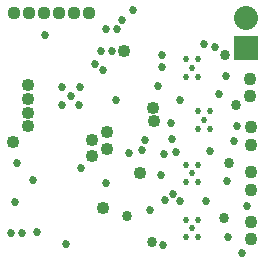
<source format=gbs>
G04 #@! TF.FileFunction,Soldermask,Bot*
%FSLAX46Y46*%
G04 Gerber Fmt 4.6, Leading zero omitted, Abs format (unit mm)*
G04 Created by KiCad (PCBNEW (2014-12-04 BZR 5312)-product) date 1/18/2015 1:19:07 PM*
%MOMM*%
G01*
G04 APERTURE LIST*
%ADD10C,0.100000*%
%ADD11C,0.520000*%
%ADD12C,1.083200*%
%ADD13C,1.100000*%
%ADD14R,2.032000X2.032000*%
%ADD15O,2.032000X2.032000*%
%ADD16C,1.117600*%
%ADD17C,0.685800*%
%ADD18C,0.863600*%
G04 APERTURE END LIST*
D10*
D11*
X62528060Y-54789100D03*
X62528060Y-53289100D03*
X63528060Y-54789100D03*
X63528060Y-53289100D03*
X63008060Y-54039100D03*
X62474720Y-41222960D03*
X62474720Y-39722960D03*
X63474720Y-41222960D03*
X63474720Y-39722960D03*
X62954720Y-40472960D03*
X62510280Y-50130740D03*
X62510280Y-48630740D03*
X63510280Y-50130740D03*
X63510280Y-48630740D03*
X62990280Y-49380740D03*
X63505960Y-45632400D03*
X63505960Y-44132400D03*
X64505960Y-45632400D03*
X64505960Y-44132400D03*
X63985960Y-44882400D03*
D12*
X54518220Y-47886280D03*
X54518220Y-46586280D03*
X55818220Y-47286280D03*
X55818220Y-45886280D03*
X49117900Y-44273200D03*
X49117900Y-43123200D03*
X49103280Y-45412660D03*
X57264300Y-38991540D03*
X59814460Y-44978320D03*
X59681330Y-43828970D03*
X49117900Y-41923200D03*
D13*
X68005960Y-53457720D03*
X68005960Y-54957720D03*
X67901820Y-41359700D03*
X67901820Y-42859700D03*
X67950080Y-45466880D03*
X67950080Y-46966880D03*
X67950080Y-49266720D03*
X67950080Y-50766720D03*
D14*
X67564000Y-38785800D03*
D15*
X67564000Y-36245800D03*
D12*
X55458360Y-52311300D03*
X58574940Y-49336960D03*
X47815500Y-46741080D03*
D16*
X47934880Y-35791140D03*
X49204880Y-35791140D03*
X50474880Y-35791140D03*
X51744880Y-35791140D03*
X53014880Y-35791140D03*
X54284880Y-35791140D03*
D17*
X60520580Y-55425340D03*
X65308480Y-42677080D03*
X58036460Y-35570160D03*
X53481700Y-42062400D03*
X52717900Y-42823200D03*
X53456300Y-43561000D03*
X51983100Y-43561000D03*
X51983100Y-42087800D03*
X53619400Y-48928020D03*
X48214280Y-48470820D03*
X50546000Y-37693600D03*
X61367389Y-51119984D03*
D18*
X57480200Y-53014880D03*
D17*
X60434220Y-40347900D03*
X47986850Y-51829550D03*
X60601948Y-47731749D03*
X47668180Y-54422040D03*
X64000380Y-38445440D03*
X64549020Y-47508160D03*
X64203580Y-51711860D03*
X52367180Y-55321200D03*
X57073800Y-36362640D03*
D18*
X59603640Y-55156100D03*
X65664080Y-53172360D03*
X66093340Y-48506380D03*
X65801240Y-39364920D03*
X66763900Y-43591480D03*
D17*
X55681880Y-50223420D03*
X58732420Y-47365920D03*
X48585120Y-54411880D03*
X49509680Y-49923700D03*
X60426600Y-39336980D03*
X62019180Y-43139360D03*
X61600080Y-47533560D03*
X62021720Y-51711860D03*
X59408060Y-52481480D03*
X54782720Y-40083740D03*
X56531960Y-43151690D03*
X58991500Y-46527720D03*
X56654700Y-37117020D03*
X56217820Y-39019480D03*
X55708466Y-37135865D03*
X55272940Y-39006780D03*
X57658000Y-47668180D03*
X60699926Y-51627026D03*
X61267340Y-46443910D03*
X60379875Y-49495445D03*
X60157360Y-42006520D03*
X61208571Y-45130720D03*
X64927480Y-38709600D03*
X65846960Y-41120060D03*
X67251580Y-56095900D03*
X66075560Y-54734460D03*
X67612260Y-52120800D03*
X65984120Y-50022760D03*
X66532860Y-46682680D03*
X66842640Y-45387260D03*
X55440560Y-40625515D03*
X49890680Y-54356000D03*
M02*

</source>
